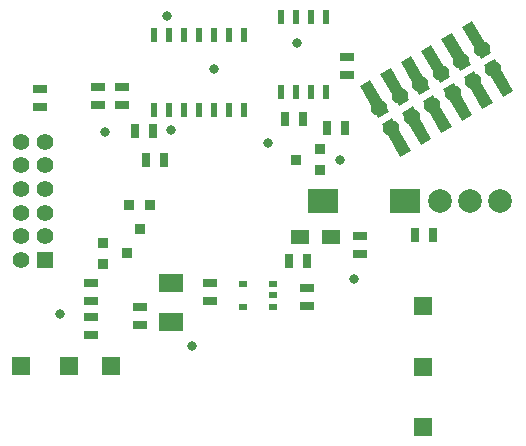
<source format=gts>
G04 #@! TF.FileFunction,Soldermask,Top*
%FSLAX45Y45*%
G04 Gerber Fmt 4.5, Leading zero omitted, Abs format (unit mm)*
G04 Created by KiCad (PCBNEW 4.0.5-e0-6337~49~ubuntu14.04.1) date Sun Feb 12 13:42:14 2017*
%MOMM*%
%LPD*%
G01*
G04 APERTURE LIST*
%ADD10C,0.150000*%
%ADD11R,1.500000X1.500000*%
%ADD12R,2.032000X1.524000*%
%ADD13R,0.508000X1.143000*%
%ADD14R,0.762000X0.508000*%
%ADD15R,1.143000X0.635000*%
%ADD16R,0.635000X1.143000*%
%ADD17C,1.400000*%
%ADD18R,1.400000X1.400000*%
%ADD19R,0.914400X0.914400*%
%ADD20C,0.800000*%
%ADD21R,1.500000X1.300000*%
%ADD22C,2.000000*%
%ADD23R,2.500000X2.000000*%
G04 APERTURE END LIST*
D10*
D11*
X9306800Y-7847000D03*
D12*
X7174800Y-7138900D03*
X7174800Y-7469100D03*
D13*
X8485300Y-5521500D03*
X8358300Y-5521500D03*
X8231300Y-5521500D03*
X8104300Y-5521500D03*
X8104300Y-4886500D03*
X8231300Y-4886500D03*
X8358300Y-4886500D03*
X8485300Y-4886500D03*
D14*
X8031800Y-7339250D03*
X8031800Y-7148750D03*
X7777800Y-7339250D03*
X8031800Y-7244000D03*
X7777800Y-7148750D03*
D15*
X6554800Y-5477800D03*
X6554800Y-5630200D03*
X7504800Y-7142800D03*
X7504800Y-7295200D03*
X8320800Y-7336200D03*
X8320800Y-7183800D03*
X6754800Y-5477800D03*
X6754800Y-5630200D03*
D16*
X9240600Y-6732000D03*
X9393000Y-6732000D03*
D15*
X6064800Y-5648200D03*
X6064800Y-5495800D03*
X6491800Y-7135800D03*
X6491800Y-7288200D03*
X6494800Y-7428800D03*
X6494800Y-7581200D03*
X6905800Y-7498200D03*
X6905800Y-7345800D03*
D17*
X6104800Y-6544000D03*
X6104800Y-6744000D03*
D18*
X6104800Y-6944000D03*
D17*
X6104800Y-6344000D03*
X6104800Y-6144000D03*
X6104800Y-5944000D03*
X5904800Y-5944000D03*
X5904800Y-6144000D03*
X5904800Y-6344000D03*
X5904800Y-6544000D03*
X5904800Y-6744000D03*
X5904800Y-6944000D03*
D19*
X8436400Y-6005100D03*
X8436400Y-6182900D03*
X8233200Y-6094000D03*
X6816900Y-6476400D03*
X6994700Y-6476400D03*
X6905800Y-6679600D03*
D15*
X8661400Y-5374640D03*
X8661400Y-5222240D03*
D16*
X6868600Y-5854000D03*
X7021000Y-5854000D03*
D11*
X5904800Y-7844000D03*
X6304800Y-7844000D03*
X6664800Y-7844000D03*
X9306800Y-8354000D03*
X9306800Y-7334000D03*
D20*
X6614800Y-5864000D03*
X7534800Y-5324000D03*
X8604800Y-6094000D03*
X7174800Y-5844000D03*
X8724800Y-7104000D03*
X6232800Y-7402000D03*
X8234800Y-5104000D03*
D13*
X7023800Y-5674200D03*
X7150800Y-5674200D03*
X7277800Y-5674200D03*
X7404800Y-5674200D03*
X7531800Y-5674200D03*
X7658800Y-5674200D03*
X7785800Y-5674200D03*
X7785800Y-5039200D03*
X7658800Y-5039200D03*
X7404800Y-5039200D03*
X7277800Y-5039200D03*
X7150800Y-5039200D03*
X7023800Y-5039200D03*
X7531800Y-5039200D03*
D20*
X7349800Y-7669000D03*
D16*
X8168600Y-6954000D03*
X8321000Y-6954000D03*
D15*
X8769800Y-6737800D03*
X8769800Y-6890200D03*
D20*
X7137400Y-4881880D03*
X7995920Y-5953760D03*
D21*
X8529800Y-6749000D03*
X8259800Y-6749000D03*
D22*
X9444800Y-6444000D03*
X9698800Y-6444000D03*
X9952800Y-6444000D03*
D23*
X9154800Y-6444000D03*
X8454800Y-6444000D03*
D17*
X9454800Y-5357398D03*
X9628005Y-5257398D03*
X9801210Y-5157398D03*
X9281595Y-5457398D03*
X9108390Y-5557398D03*
X8935185Y-5657397D03*
X9035185Y-5830602D03*
X9208390Y-5730602D03*
X9381595Y-5630602D03*
X9554800Y-5530603D03*
X9728005Y-5430603D03*
X9901210Y-5330603D03*
D10*
G36*
X9792043Y-5243519D02*
X9634543Y-4970721D01*
X9722878Y-4919721D01*
X9880378Y-5192519D01*
X9792043Y-5243519D01*
X9792043Y-5243519D01*
G37*
G36*
X9979543Y-5568279D02*
X9822043Y-5295481D01*
X9910378Y-5244481D01*
X10067878Y-5517279D01*
X9979543Y-5568279D01*
X9979543Y-5568279D01*
G37*
G36*
X9618838Y-5343519D02*
X9461338Y-5070721D01*
X9549672Y-5019721D01*
X9707172Y-5292519D01*
X9618838Y-5343519D01*
X9618838Y-5343519D01*
G37*
G36*
X9445633Y-5443519D02*
X9288133Y-5170721D01*
X9376467Y-5119721D01*
X9533967Y-5392519D01*
X9445633Y-5443519D01*
X9445633Y-5443519D01*
G37*
G36*
X9272428Y-5543519D02*
X9114928Y-5270721D01*
X9203262Y-5219721D01*
X9360762Y-5492519D01*
X9272428Y-5543519D01*
X9272428Y-5543519D01*
G37*
G36*
X9099223Y-5643519D02*
X8941723Y-5370721D01*
X9030057Y-5319721D01*
X9187557Y-5592519D01*
X9099223Y-5643519D01*
X9099223Y-5643519D01*
G37*
G36*
X8926018Y-5743519D02*
X8768518Y-5470721D01*
X8856852Y-5419721D01*
X9014352Y-5692519D01*
X8926018Y-5743519D01*
X8926018Y-5743519D01*
G37*
G36*
X9806338Y-5668279D02*
X9648838Y-5395481D01*
X9737172Y-5344481D01*
X9894672Y-5617279D01*
X9806338Y-5668279D01*
X9806338Y-5668279D01*
G37*
G36*
X9633133Y-5768279D02*
X9475633Y-5495481D01*
X9563967Y-5444481D01*
X9721467Y-5717279D01*
X9633133Y-5768279D01*
X9633133Y-5768279D01*
G37*
G36*
X9459928Y-5868279D02*
X9302428Y-5595481D01*
X9390762Y-5544481D01*
X9548262Y-5817279D01*
X9459928Y-5868279D01*
X9459928Y-5868279D01*
G37*
G36*
X9286723Y-5968279D02*
X9129223Y-5695481D01*
X9217557Y-5644481D01*
X9375057Y-5917279D01*
X9286723Y-5968279D01*
X9286723Y-5968279D01*
G37*
G36*
X9113518Y-6068279D02*
X8956018Y-5795481D01*
X9044352Y-5744481D01*
X9201852Y-6017279D01*
X9113518Y-6068279D01*
X9113518Y-6068279D01*
G37*
D19*
X6592200Y-6976900D03*
X6592200Y-6799100D03*
X6795400Y-6888000D03*
D16*
X8642000Y-5829000D03*
X8489600Y-5829000D03*
X8132600Y-5752000D03*
X8285000Y-5752000D03*
X6958600Y-6094000D03*
X7111000Y-6094000D03*
M02*

</source>
